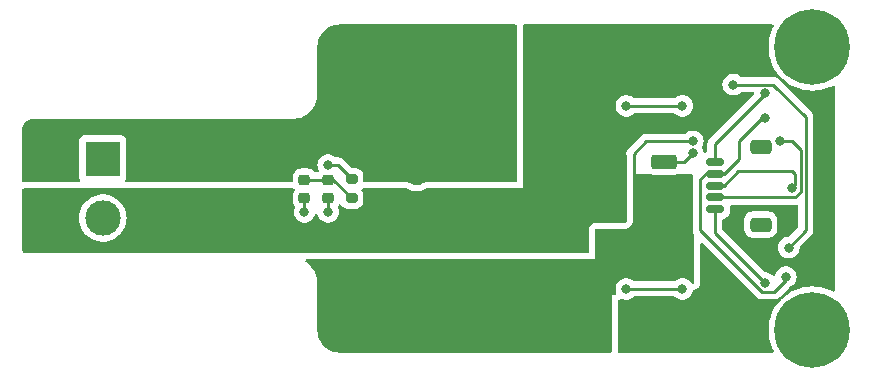
<source format=gbl>
G04 #@! TF.GenerationSoftware,KiCad,Pcbnew,7.0.9*
G04 #@! TF.CreationDate,2023-12-19T12:33:16+08:00*
G04 #@! TF.ProjectId,vnh5019,766e6835-3031-4392-9e6b-696361645f70,rev?*
G04 #@! TF.SameCoordinates,Original*
G04 #@! TF.FileFunction,Copper,L2,Bot*
G04 #@! TF.FilePolarity,Positive*
%FSLAX46Y46*%
G04 Gerber Fmt 4.6, Leading zero omitted, Abs format (unit mm)*
G04 Created by KiCad (PCBNEW 7.0.9) date 2023-12-19 12:33:16*
%MOMM*%
%LPD*%
G01*
G04 APERTURE LIST*
G04 Aperture macros list*
%AMRoundRect*
0 Rectangle with rounded corners*
0 $1 Rounding radius*
0 $2 $3 $4 $5 $6 $7 $8 $9 X,Y pos of 4 corners*
0 Add a 4 corners polygon primitive as box body*
4,1,4,$2,$3,$4,$5,$6,$7,$8,$9,$2,$3,0*
0 Add four circle primitives for the rounded corners*
1,1,$1+$1,$2,$3*
1,1,$1+$1,$4,$5*
1,1,$1+$1,$6,$7*
1,1,$1+$1,$8,$9*
0 Add four rect primitives between the rounded corners*
20,1,$1+$1,$2,$3,$4,$5,0*
20,1,$1+$1,$4,$5,$6,$7,0*
20,1,$1+$1,$6,$7,$8,$9,0*
20,1,$1+$1,$8,$9,$2,$3,0*%
G04 Aperture macros list end*
G04 #@! TA.AperFunction,ComponentPad*
%ADD10C,6.400000*%
G04 #@! TD*
G04 #@! TA.AperFunction,ComponentPad*
%ADD11R,1.600000X1.600000*%
G04 #@! TD*
G04 #@! TA.AperFunction,ComponentPad*
%ADD12C,1.600000*%
G04 #@! TD*
G04 #@! TA.AperFunction,ComponentPad*
%ADD13R,3.000000X3.000000*%
G04 #@! TD*
G04 #@! TA.AperFunction,ComponentPad*
%ADD14C,3.000000*%
G04 #@! TD*
G04 #@! TA.AperFunction,SMDPad,CuDef*
%ADD15RoundRect,0.218750X0.256250X-0.218750X0.256250X0.218750X-0.256250X0.218750X-0.256250X-0.218750X0*%
G04 #@! TD*
G04 #@! TA.AperFunction,SMDPad,CuDef*
%ADD16RoundRect,0.250000X0.850000X0.350000X-0.850000X0.350000X-0.850000X-0.350000X0.850000X-0.350000X0*%
G04 #@! TD*
G04 #@! TA.AperFunction,SMDPad,CuDef*
%ADD17RoundRect,0.250000X1.275000X1.125000X-1.275000X1.125000X-1.275000X-1.125000X1.275000X-1.125000X0*%
G04 #@! TD*
G04 #@! TA.AperFunction,SMDPad,CuDef*
%ADD18RoundRect,0.249997X2.950003X2.650003X-2.950003X2.650003X-2.950003X-2.650003X2.950003X-2.650003X0*%
G04 #@! TD*
G04 #@! TA.AperFunction,SMDPad,CuDef*
%ADD19RoundRect,0.150000X-0.625000X0.150000X-0.625000X-0.150000X0.625000X-0.150000X0.625000X0.150000X0*%
G04 #@! TD*
G04 #@! TA.AperFunction,SMDPad,CuDef*
%ADD20RoundRect,0.250000X-0.650000X0.350000X-0.650000X-0.350000X0.650000X-0.350000X0.650000X0.350000X0*%
G04 #@! TD*
G04 #@! TA.AperFunction,SMDPad,CuDef*
%ADD21RoundRect,0.225000X0.250000X-0.225000X0.250000X0.225000X-0.250000X0.225000X-0.250000X-0.225000X0*%
G04 #@! TD*
G04 #@! TA.AperFunction,SMDPad,CuDef*
%ADD22R,10.000000X5.000000*%
G04 #@! TD*
G04 #@! TA.AperFunction,SMDPad,CuDef*
%ADD23RoundRect,0.218750X-0.256250X0.218750X-0.256250X-0.218750X0.256250X-0.218750X0.256250X0.218750X0*%
G04 #@! TD*
G04 #@! TA.AperFunction,SMDPad,CuDef*
%ADD24RoundRect,0.200000X0.275000X-0.200000X0.275000X0.200000X-0.275000X0.200000X-0.275000X-0.200000X0*%
G04 #@! TD*
G04 #@! TA.AperFunction,ViaPad*
%ADD25C,0.800000*%
G04 #@! TD*
G04 #@! TA.AperFunction,Conductor*
%ADD26C,0.250000*%
G04 #@! TD*
G04 APERTURE END LIST*
D10*
X127000000Y-93000000D03*
X127000000Y-117000000D03*
D11*
X75418036Y-106652651D03*
D12*
X75418036Y-103152651D03*
D13*
X66918036Y-102500000D03*
D14*
X66918036Y-107500000D03*
D15*
X86000000Y-105827500D03*
X86000000Y-104252500D03*
D16*
X114415000Y-102720000D03*
D17*
X109790000Y-106525000D03*
X109790000Y-103475000D03*
D18*
X108115000Y-105000000D03*
D17*
X106440000Y-106525000D03*
X106440000Y-103475000D03*
D16*
X114415000Y-107280000D03*
D19*
X118750000Y-102750000D03*
X118750000Y-103750000D03*
X118750000Y-104750000D03*
X118750000Y-105750000D03*
X118750000Y-106750000D03*
D20*
X122625000Y-101450000D03*
X122625000Y-108050000D03*
D21*
X93500000Y-105775000D03*
X93500000Y-104225000D03*
D22*
X91592400Y-95000000D03*
X91592400Y-115000000D03*
D23*
X84000000Y-104252500D03*
X84000000Y-105827500D03*
D24*
X88000000Y-105825000D03*
X88000000Y-104175000D03*
D25*
X112500000Y-115250000D03*
X114500000Y-116250000D03*
X116500000Y-93750000D03*
X113500000Y-117250000D03*
X115500000Y-116250000D03*
X116500000Y-91750000D03*
X113500000Y-116250000D03*
X113500000Y-92750000D03*
X114500000Y-93750000D03*
X114500000Y-94750000D03*
X115500000Y-118250000D03*
X115500000Y-117250000D03*
X112500000Y-91750000D03*
X112500000Y-116250000D03*
X115500000Y-93750000D03*
X111500000Y-118250000D03*
X112500000Y-118250000D03*
X111500000Y-94750000D03*
X116500000Y-94750000D03*
X116500000Y-92750000D03*
X112500000Y-94750000D03*
X111500000Y-93750000D03*
X113500000Y-118250000D03*
X111500000Y-115250000D03*
X116500000Y-116250000D03*
X113500000Y-115250000D03*
X114500000Y-92750000D03*
X114500000Y-115250000D03*
X115500000Y-94750000D03*
X115500000Y-92750000D03*
X114500000Y-91750000D03*
X112500000Y-93750000D03*
X113500000Y-91750000D03*
X111500000Y-92750000D03*
X116500000Y-115250000D03*
X113500000Y-94750000D03*
X114500000Y-118250000D03*
X115500000Y-115250000D03*
X111500000Y-117250000D03*
X111500000Y-116250000D03*
X111500000Y-91750000D03*
X112500000Y-117250000D03*
X116500000Y-117250000D03*
X113500000Y-93750000D03*
X112500000Y-92750000D03*
X116500000Y-118250000D03*
X115500000Y-91750000D03*
X114500000Y-117250000D03*
X97500000Y-102000000D03*
X98500000Y-103000000D03*
X98500000Y-100000000D03*
X95500000Y-104000000D03*
X95500000Y-101000000D03*
X95500000Y-103000000D03*
X97500000Y-100000000D03*
X97500000Y-103000000D03*
X98500000Y-102000000D03*
X98500000Y-104000000D03*
X98500000Y-101000000D03*
X96500000Y-104000000D03*
X95500000Y-100000000D03*
X96500000Y-100000000D03*
X125000000Y-110000000D03*
X101500000Y-96200500D03*
X95500000Y-102000000D03*
X97500000Y-104000000D03*
X96500000Y-102000000D03*
X96500000Y-103000000D03*
X96500000Y-101000000D03*
X97500000Y-101000000D03*
X120299500Y-96200500D03*
X124250000Y-101000000D03*
X123000000Y-113000000D03*
X123000000Y-99000000D03*
X124750000Y-112500000D03*
X123000000Y-96925500D03*
X125250000Y-105000000D03*
X86000000Y-107000000D03*
X84000000Y-107000000D03*
X111250000Y-113500000D03*
X116000000Y-113500000D03*
X116875000Y-102000000D03*
X116875000Y-101000000D03*
X116000000Y-98000000D03*
X86000000Y-103000000D03*
X111250000Y-98000000D03*
D26*
X125000000Y-110000000D02*
X126450000Y-108550000D01*
X126450000Y-98950000D02*
X123700500Y-96200500D01*
X126450000Y-108550000D02*
X126450000Y-98950000D01*
X123700500Y-96200500D02*
X120299500Y-96200500D01*
X126000000Y-101750000D02*
X126000000Y-105275305D01*
X124250000Y-101000000D02*
X125250000Y-101000000D01*
X118750000Y-105750000D02*
X125525305Y-105750000D01*
X126000000Y-105275305D02*
X125525305Y-105750000D01*
X125250000Y-101000000D02*
X126000000Y-101750000D01*
X123000000Y-113000000D02*
X118750000Y-108750000D01*
X118750000Y-108750000D02*
X118750000Y-106750000D01*
X120750000Y-102524999D02*
X120750000Y-101011827D01*
X118750000Y-103750000D02*
X119524999Y-103750000D01*
X123750000Y-113750000D02*
X122724695Y-113750000D01*
X119524999Y-103750000D02*
X120750000Y-102524999D01*
X117975001Y-103750000D02*
X117500000Y-104225001D01*
X120750000Y-101011827D02*
X122761827Y-99000000D01*
X122761827Y-99000000D02*
X123000000Y-99000000D01*
X122724695Y-113750000D02*
X117500000Y-108525305D01*
X117500000Y-108525305D02*
X117500000Y-104225001D01*
X118750000Y-103750000D02*
X117975001Y-103750000D01*
X124750000Y-112750000D02*
X123750000Y-113750000D01*
X124750000Y-112500000D02*
X124750000Y-112750000D01*
X118750000Y-101250000D02*
X118750000Y-102750000D01*
X123000000Y-97000000D02*
X118750000Y-101250000D01*
X123000000Y-96925500D02*
X123000000Y-97000000D01*
X119500000Y-104750000D02*
X120725000Y-103525000D01*
X118750000Y-104750000D02*
X119500000Y-104750000D01*
X125275000Y-103525000D02*
X125550480Y-103800480D01*
X120725000Y-103525000D02*
X125275000Y-103525000D01*
X125550480Y-104699520D02*
X125250000Y-105000000D01*
X125550480Y-103800480D02*
X125550480Y-104699520D01*
X86000000Y-105827500D02*
X86000000Y-107000000D01*
X84000000Y-105827500D02*
X84000000Y-107000000D01*
X116000000Y-113500000D02*
X111250000Y-113500000D01*
X113575000Y-102720000D02*
X116155000Y-102720000D01*
X116155000Y-102720000D02*
X116875000Y-102000000D01*
X111875000Y-102070000D02*
X111875000Y-105580000D01*
X112945000Y-101000000D02*
X111875000Y-102070000D01*
X111875000Y-105580000D02*
X113575000Y-107280000D01*
X116875000Y-101000000D02*
X112945000Y-101000000D01*
X86000000Y-103000000D02*
X86825000Y-103000000D01*
X86825000Y-103000000D02*
X88000000Y-104175000D01*
X111250000Y-98000000D02*
X116000000Y-98000000D01*
X88000000Y-105825000D02*
X86427500Y-104252500D01*
X86427500Y-104252500D02*
X86000000Y-104252500D01*
X84000000Y-104252500D02*
X86000000Y-104252500D01*
G04 #@! TA.AperFunction,Conductor*
G36*
X123668205Y-91120502D02*
G01*
X123714698Y-91174158D01*
X123724802Y-91244432D01*
X123712351Y-91283703D01*
X123607467Y-91489548D01*
X123607463Y-91489556D01*
X123468168Y-91852431D01*
X123367561Y-92227902D01*
X123306752Y-92611832D01*
X123286411Y-92999993D01*
X123286411Y-93000006D01*
X123306752Y-93388167D01*
X123367561Y-93772097D01*
X123468168Y-94147568D01*
X123607463Y-94510443D01*
X123607467Y-94510451D01*
X123783938Y-94856795D01*
X123995637Y-95182785D01*
X123995649Y-95182802D01*
X124240253Y-95484862D01*
X124240267Y-95484877D01*
X124369147Y-95613757D01*
X124370153Y-95615600D01*
X124374934Y-95619544D01*
X124515122Y-95759732D01*
X124515137Y-95759746D01*
X124817197Y-96004350D01*
X124817214Y-96004362D01*
X124826777Y-96010572D01*
X125143205Y-96216062D01*
X125489547Y-96392532D01*
X125489551Y-96392533D01*
X125489556Y-96392536D01*
X125852431Y-96531831D01*
X125852436Y-96531832D01*
X125852438Y-96531833D01*
X126227901Y-96632438D01*
X126611824Y-96693246D01*
X126611826Y-96693246D01*
X126611832Y-96693247D01*
X126999994Y-96713589D01*
X127000000Y-96713589D01*
X127000006Y-96713589D01*
X127388167Y-96693247D01*
X127388171Y-96693246D01*
X127388176Y-96693246D01*
X127772099Y-96632438D01*
X128147562Y-96531833D01*
X128147565Y-96531831D01*
X128147568Y-96531831D01*
X128510443Y-96392536D01*
X128510444Y-96392535D01*
X128510453Y-96392532D01*
X128716297Y-96287648D01*
X128786074Y-96274545D01*
X128851859Y-96301245D01*
X128892765Y-96359273D01*
X128899500Y-96399916D01*
X128899500Y-113600084D01*
X128879498Y-113668205D01*
X128825842Y-113714698D01*
X128755568Y-113724802D01*
X128716298Y-113712351D01*
X128510453Y-113607468D01*
X128510452Y-113607467D01*
X128510451Y-113607467D01*
X128510443Y-113607463D01*
X128147568Y-113468168D01*
X127772097Y-113367561D01*
X127388167Y-113306752D01*
X127000006Y-113286411D01*
X126999994Y-113286411D01*
X126611832Y-113306752D01*
X126227902Y-113367561D01*
X125852431Y-113468168D01*
X125489556Y-113607463D01*
X125489548Y-113607467D01*
X125143205Y-113783938D01*
X124817203Y-113995645D01*
X124817200Y-113995647D01*
X124515137Y-114240253D01*
X124386594Y-114368796D01*
X124362075Y-114382184D01*
X124355916Y-114398004D01*
X124345232Y-114410158D01*
X124240253Y-114515137D01*
X123995647Y-114817200D01*
X123995645Y-114817203D01*
X123783938Y-115143205D01*
X123607467Y-115489548D01*
X123607463Y-115489556D01*
X123468168Y-115852431D01*
X123367561Y-116227902D01*
X123306752Y-116611832D01*
X123286411Y-116999993D01*
X123286411Y-117000006D01*
X123306752Y-117388167D01*
X123367561Y-117772097D01*
X123468168Y-118147568D01*
X123607463Y-118510443D01*
X123607467Y-118510451D01*
X123712351Y-118716297D01*
X123725455Y-118786074D01*
X123698755Y-118851859D01*
X123640727Y-118892765D01*
X123600084Y-118899500D01*
X110639500Y-118899500D01*
X110571379Y-118879498D01*
X110524886Y-118825842D01*
X110513500Y-118773500D01*
X110513500Y-114546439D01*
X110533502Y-114478318D01*
X110583898Y-114433371D01*
X110591807Y-114429482D01*
X110592013Y-114429398D01*
X110595444Y-114427694D01*
X110595549Y-114427643D01*
X110595552Y-114427642D01*
X110716200Y-114345143D01*
X110716206Y-114345135D01*
X110720082Y-114341579D01*
X110783792Y-114310249D01*
X110854327Y-114318337D01*
X110856493Y-114319276D01*
X110967712Y-114368794D01*
X111154513Y-114408500D01*
X111345487Y-114408500D01*
X111532288Y-114368794D01*
X111706752Y-114291118D01*
X111861253Y-114178866D01*
X111864563Y-114175190D01*
X111925009Y-114137950D01*
X111958200Y-114133500D01*
X115291800Y-114133500D01*
X115359921Y-114153502D01*
X115385437Y-114175190D01*
X115388747Y-114178866D01*
X115543248Y-114291118D01*
X115717712Y-114368794D01*
X115904513Y-114408500D01*
X116095487Y-114408500D01*
X116282288Y-114368794D01*
X116456752Y-114291118D01*
X116611253Y-114178866D01*
X116634091Y-114153502D01*
X116739034Y-114036951D01*
X116739035Y-114036949D01*
X116739040Y-114036944D01*
X116834527Y-113871556D01*
X116893542Y-113689928D01*
X116894705Y-113678862D01*
X116921716Y-113613208D01*
X116979938Y-113572577D01*
X116995098Y-113568979D01*
X116995028Y-113568656D01*
X116999413Y-113567701D01*
X116999422Y-113567700D01*
X117139657Y-113526523D01*
X117262612Y-113447505D01*
X117315011Y-113402101D01*
X117316101Y-113401206D01*
X117397945Y-113306752D01*
X117411982Y-113290552D01*
X117472698Y-113157603D01*
X117492700Y-113089482D01*
X117513500Y-112944813D01*
X117513500Y-109738899D01*
X117533502Y-109670778D01*
X117587158Y-109624285D01*
X117657432Y-109614181D01*
X117722012Y-109643675D01*
X117728595Y-109649804D01*
X122217448Y-114138657D01*
X122227415Y-114151097D01*
X122227642Y-114150910D01*
X122232694Y-114157017D01*
X122232695Y-114157018D01*
X122283790Y-114204999D01*
X122304926Y-114226135D01*
X122310465Y-114230431D01*
X122314977Y-114234285D01*
X122336548Y-114254542D01*
X122349373Y-114266585D01*
X122349377Y-114266588D01*
X122367125Y-114276345D01*
X122383652Y-114287201D01*
X122388700Y-114291117D01*
X122399655Y-114299614D01*
X122442954Y-114318351D01*
X122448280Y-114320960D01*
X122489630Y-114343693D01*
X122489633Y-114343694D01*
X122489635Y-114343695D01*
X122509257Y-114348733D01*
X122527958Y-114355135D01*
X122540509Y-114360567D01*
X122546547Y-114363180D01*
X122546548Y-114363180D01*
X122546550Y-114363181D01*
X122593172Y-114370564D01*
X122598957Y-114371763D01*
X122644665Y-114383500D01*
X122664919Y-114383500D01*
X122684629Y-114385051D01*
X122686836Y-114385400D01*
X122704638Y-114388220D01*
X122739167Y-114384956D01*
X122751612Y-114383780D01*
X122757545Y-114383500D01*
X123666147Y-114383500D01*
X123681988Y-114385249D01*
X123682016Y-114384956D01*
X123689902Y-114385700D01*
X123689909Y-114385702D01*
X123759958Y-114383500D01*
X123789856Y-114383500D01*
X123796818Y-114382619D01*
X123802719Y-114382154D01*
X123849889Y-114380673D01*
X123869347Y-114375019D01*
X123888694Y-114371013D01*
X123908797Y-114368474D01*
X123952679Y-114351099D01*
X123958274Y-114349183D01*
X123986816Y-114340891D01*
X124003591Y-114336019D01*
X124003595Y-114336017D01*
X124021026Y-114325708D01*
X124038780Y-114317009D01*
X124057617Y-114309552D01*
X124095786Y-114281818D01*
X124100744Y-114278562D01*
X124141362Y-114254542D01*
X124155685Y-114240218D01*
X124170711Y-114227383D01*
X124182078Y-114219125D01*
X124188621Y-114216790D01*
X124200414Y-114199386D01*
X124217202Y-114179092D01*
X124221162Y-114174740D01*
X125006441Y-113389461D01*
X125044282Y-113363453D01*
X125206752Y-113291118D01*
X125361253Y-113178866D01*
X125431814Y-113100500D01*
X125489034Y-113036951D01*
X125489035Y-113036949D01*
X125489040Y-113036944D01*
X125584527Y-112871556D01*
X125643542Y-112689928D01*
X125663504Y-112500000D01*
X125643542Y-112310072D01*
X125584527Y-112128444D01*
X125489040Y-111963056D01*
X125489038Y-111963054D01*
X125489034Y-111963048D01*
X125361255Y-111821135D01*
X125206752Y-111708882D01*
X125032288Y-111631206D01*
X124845487Y-111591500D01*
X124654513Y-111591500D01*
X124467711Y-111631206D01*
X124293247Y-111708882D01*
X124138744Y-111821135D01*
X124010965Y-111963048D01*
X124010958Y-111963058D01*
X123915476Y-112128438D01*
X123915472Y-112128445D01*
X123856234Y-112310758D01*
X123816160Y-112369364D01*
X123750763Y-112397000D01*
X123680806Y-112384893D01*
X123642764Y-112356131D01*
X123611252Y-112321133D01*
X123456752Y-112208882D01*
X123282288Y-112131206D01*
X123095487Y-112091500D01*
X123039594Y-112091500D01*
X122971473Y-112071498D01*
X122950499Y-112054595D01*
X119420405Y-108524500D01*
X119386379Y-108462188D01*
X119385127Y-108450544D01*
X121216500Y-108450544D01*
X121227112Y-108554425D01*
X121282885Y-108722738D01*
X121375970Y-108873652D01*
X121375975Y-108873658D01*
X121501341Y-108999024D01*
X121501347Y-108999029D01*
X121501348Y-108999030D01*
X121652262Y-109092115D01*
X121820574Y-109147887D01*
X121924455Y-109158500D01*
X123325544Y-109158499D01*
X123429426Y-109147887D01*
X123597738Y-109092115D01*
X123748652Y-108999030D01*
X123874030Y-108873652D01*
X123967115Y-108722738D01*
X124022887Y-108554426D01*
X124033500Y-108450545D01*
X124033499Y-107649456D01*
X124022887Y-107545574D01*
X123967115Y-107377262D01*
X123874030Y-107226348D01*
X123874029Y-107226347D01*
X123874024Y-107226341D01*
X123748658Y-107100975D01*
X123748652Y-107100970D01*
X123597738Y-107007885D01*
X123513582Y-106979999D01*
X123429427Y-106952113D01*
X123429420Y-106952112D01*
X123325553Y-106941500D01*
X121924455Y-106941500D01*
X121820574Y-106952112D01*
X121652261Y-107007885D01*
X121501347Y-107100970D01*
X121501341Y-107100975D01*
X121375975Y-107226341D01*
X121375970Y-107226347D01*
X121282885Y-107377262D01*
X121227113Y-107545572D01*
X121227112Y-107545579D01*
X121216500Y-107649446D01*
X121216500Y-108450544D01*
X119385127Y-108450544D01*
X119383500Y-108435405D01*
X119383500Y-107677861D01*
X119403502Y-107609740D01*
X119457158Y-107563247D01*
X119474348Y-107556864D01*
X119478828Y-107555562D01*
X119478831Y-107555562D01*
X119638601Y-107509145D01*
X119781807Y-107424453D01*
X119899453Y-107306807D01*
X119968576Y-107189927D01*
X119984143Y-107163605D01*
X119984143Y-107163603D01*
X119984145Y-107163601D01*
X120030562Y-107003831D01*
X120033500Y-106966502D01*
X120033500Y-106533498D01*
X120033500Y-106533494D01*
X120032390Y-106519388D01*
X120046984Y-106449908D01*
X120096826Y-106399347D01*
X120158001Y-106383500D01*
X125441452Y-106383500D01*
X125457293Y-106385249D01*
X125457321Y-106384956D01*
X125465207Y-106385700D01*
X125465214Y-106385702D01*
X125535263Y-106383500D01*
X125565161Y-106383500D01*
X125572123Y-106382619D01*
X125578024Y-106382154D01*
X125625194Y-106380673D01*
X125644652Y-106375019D01*
X125663993Y-106371013D01*
X125674715Y-106369659D01*
X125744802Y-106380968D01*
X125797652Y-106428375D01*
X125816500Y-106494666D01*
X125816500Y-108235405D01*
X125796498Y-108303526D01*
X125779595Y-108324500D01*
X125049500Y-109054595D01*
X124987188Y-109088621D01*
X124960405Y-109091500D01*
X124904513Y-109091500D01*
X124717711Y-109131206D01*
X124543247Y-109208882D01*
X124388744Y-109321135D01*
X124260965Y-109463048D01*
X124260958Y-109463058D01*
X124165476Y-109628438D01*
X124165473Y-109628445D01*
X124106457Y-109810072D01*
X124086496Y-110000000D01*
X124106457Y-110189927D01*
X124136526Y-110282470D01*
X124165473Y-110371556D01*
X124165476Y-110371561D01*
X124260958Y-110536941D01*
X124260965Y-110536951D01*
X124388744Y-110678864D01*
X124388747Y-110678866D01*
X124543248Y-110791118D01*
X124717712Y-110868794D01*
X124904513Y-110908500D01*
X125095487Y-110908500D01*
X125282288Y-110868794D01*
X125456752Y-110791118D01*
X125611253Y-110678866D01*
X125655408Y-110629827D01*
X125739034Y-110536951D01*
X125739035Y-110536949D01*
X125739040Y-110536944D01*
X125834527Y-110371556D01*
X125893542Y-110189928D01*
X125910907Y-110024703D01*
X125937920Y-109959048D01*
X125947113Y-109948789D01*
X126838657Y-109057245D01*
X126851092Y-109047284D01*
X126850905Y-109047057D01*
X126857009Y-109042005D01*
X126857018Y-109042000D01*
X126904999Y-108990904D01*
X126926135Y-108969769D01*
X126930437Y-108964221D01*
X126934267Y-108959735D01*
X126966586Y-108925321D01*
X126976345Y-108907567D01*
X126987204Y-108891038D01*
X126999614Y-108875040D01*
X127018354Y-108831732D01*
X127020965Y-108826404D01*
X127043694Y-108785061D01*
X127043695Y-108785060D01*
X127048733Y-108765435D01*
X127055138Y-108746730D01*
X127063181Y-108728145D01*
X127070561Y-108681547D01*
X127071762Y-108675740D01*
X127083500Y-108630030D01*
X127083500Y-108609775D01*
X127085051Y-108590063D01*
X127088220Y-108570057D01*
X127083914Y-108524500D01*
X127083780Y-108523080D01*
X127083500Y-108517148D01*
X127083500Y-99033855D01*
X127085249Y-99018014D01*
X127084956Y-99017987D01*
X127085701Y-99010094D01*
X127085702Y-99010091D01*
X127083500Y-98940041D01*
X127083500Y-98910144D01*
X127082619Y-98903178D01*
X127082155Y-98897282D01*
X127080673Y-98850110D01*
X127075022Y-98830663D01*
X127071012Y-98811300D01*
X127070857Y-98810072D01*
X127068474Y-98791203D01*
X127068440Y-98791118D01*
X127064299Y-98780660D01*
X127051099Y-98747320D01*
X127049179Y-98741711D01*
X127036018Y-98696407D01*
X127025705Y-98678969D01*
X127017010Y-98661222D01*
X127009552Y-98642383D01*
X126981821Y-98604215D01*
X126978562Y-98599255D01*
X126968729Y-98582628D01*
X126954542Y-98558637D01*
X126954541Y-98558635D01*
X126940218Y-98544312D01*
X126927377Y-98529279D01*
X126915471Y-98512892D01*
X126908029Y-98506735D01*
X126879108Y-98482810D01*
X126874736Y-98478831D01*
X124207744Y-95811839D01*
X124197779Y-95799401D01*
X124197552Y-95799590D01*
X124192501Y-95793484D01*
X124192500Y-95793482D01*
X124141421Y-95745516D01*
X124120277Y-95724371D01*
X124120272Y-95724366D01*
X124114725Y-95720063D01*
X124110217Y-95716212D01*
X124075825Y-95683917D01*
X124075819Y-95683913D01*
X124058063Y-95674151D01*
X124041547Y-95663302D01*
X124025541Y-95650886D01*
X123994789Y-95637578D01*
X123982240Y-95632148D01*
X123976908Y-95629536D01*
X123935561Y-95606805D01*
X123915936Y-95601766D01*
X123897236Y-95595364D01*
X123878645Y-95587319D01*
X123878643Y-95587318D01*
X123878642Y-95587318D01*
X123832042Y-95579937D01*
X123826229Y-95578733D01*
X123780530Y-95567000D01*
X123760276Y-95567000D01*
X123740566Y-95565449D01*
X123720557Y-95562280D01*
X123720556Y-95562280D01*
X123673583Y-95566720D01*
X123667650Y-95567000D01*
X121007700Y-95567000D01*
X120939579Y-95546998D01*
X120914063Y-95525310D01*
X120910752Y-95521633D01*
X120756252Y-95409382D01*
X120581788Y-95331706D01*
X120394987Y-95292000D01*
X120204013Y-95292000D01*
X120017211Y-95331706D01*
X119842747Y-95409382D01*
X119688244Y-95521635D01*
X119560465Y-95663548D01*
X119560458Y-95663558D01*
X119464976Y-95828938D01*
X119464973Y-95828945D01*
X119405957Y-96010572D01*
X119385996Y-96200500D01*
X119405957Y-96390427D01*
X119436026Y-96482970D01*
X119464973Y-96572056D01*
X119464976Y-96572061D01*
X119560458Y-96737441D01*
X119560465Y-96737451D01*
X119688244Y-96879364D01*
X119688247Y-96879366D01*
X119842748Y-96991618D01*
X120017212Y-97069294D01*
X120204013Y-97109000D01*
X120394987Y-97109000D01*
X120581788Y-97069294D01*
X120756252Y-96991618D01*
X120910753Y-96879366D01*
X120914063Y-96875690D01*
X120974509Y-96838450D01*
X121007700Y-96834000D01*
X121963428Y-96834000D01*
X122031549Y-96854002D01*
X122078042Y-96907658D01*
X122088741Y-96946859D01*
X122088976Y-96949100D01*
X122076187Y-97018936D01*
X122052758Y-97051336D01*
X118361336Y-100742757D01*
X118348901Y-100752721D01*
X118349089Y-100752948D01*
X118342980Y-100758001D01*
X118295016Y-100809078D01*
X118273866Y-100830227D01*
X118269560Y-100835777D01*
X118265714Y-100840279D01*
X118233417Y-100874674D01*
X118233411Y-100874683D01*
X118223651Y-100892435D01*
X118212803Y-100908950D01*
X118200386Y-100924958D01*
X118181645Y-100968264D01*
X118179034Y-100973594D01*
X118156305Y-101014939D01*
X118156303Y-101014944D01*
X118151267Y-101034559D01*
X118144864Y-101053262D01*
X118136819Y-101071852D01*
X118129437Y-101118456D01*
X118128233Y-101124268D01*
X118116500Y-101169968D01*
X118116500Y-101190223D01*
X118114949Y-101209933D01*
X118111780Y-101229942D01*
X118111780Y-101229943D01*
X118116220Y-101276917D01*
X118116500Y-101282850D01*
X118116500Y-101822138D01*
X118096498Y-101890259D01*
X118042842Y-101936752D01*
X118025651Y-101943135D01*
X117934440Y-101969633D01*
X117863444Y-101969430D01*
X117803828Y-101930875D01*
X117774521Y-101866210D01*
X117773979Y-101861805D01*
X117773217Y-101854559D01*
X117768542Y-101810072D01*
X117709527Y-101628444D01*
X117671742Y-101563000D01*
X117655005Y-101494005D01*
X117671743Y-101436999D01*
X117709527Y-101371556D01*
X117768542Y-101189928D01*
X117788504Y-101000000D01*
X117768542Y-100810072D01*
X117709527Y-100628444D01*
X117614040Y-100463056D01*
X117614038Y-100463054D01*
X117614034Y-100463048D01*
X117486255Y-100321135D01*
X117331752Y-100208882D01*
X117157288Y-100131206D01*
X116970487Y-100091500D01*
X116779513Y-100091500D01*
X116592711Y-100131206D01*
X116418247Y-100208882D01*
X116263747Y-100321133D01*
X116260437Y-100324810D01*
X116199991Y-100362050D01*
X116166800Y-100366500D01*
X113028854Y-100366500D01*
X113013012Y-100364750D01*
X113012985Y-100365044D01*
X113005092Y-100364297D01*
X112935029Y-100366500D01*
X112905144Y-100366500D01*
X112905140Y-100366500D01*
X112905129Y-100366501D01*
X112898190Y-100367377D01*
X112892277Y-100367843D01*
X112845111Y-100369325D01*
X112825650Y-100374979D01*
X112806304Y-100378985D01*
X112786204Y-100381525D01*
X112786203Y-100381525D01*
X112742335Y-100398893D01*
X112736720Y-100400815D01*
X112691413Y-100413978D01*
X112691404Y-100413982D01*
X112673962Y-100424297D01*
X112656215Y-100432991D01*
X112637383Y-100440447D01*
X112637381Y-100440448D01*
X112599214Y-100468178D01*
X112594254Y-100471436D01*
X112553636Y-100495459D01*
X112553633Y-100495461D01*
X112539312Y-100509783D01*
X112524283Y-100522619D01*
X112507893Y-100534527D01*
X112477808Y-100570892D01*
X112473812Y-100575283D01*
X111486340Y-101562754D01*
X111473903Y-101572719D01*
X111474091Y-101572946D01*
X111467982Y-101577999D01*
X111420015Y-101629079D01*
X111398866Y-101650227D01*
X111394560Y-101655777D01*
X111390714Y-101660279D01*
X111358417Y-101694674D01*
X111358411Y-101694683D01*
X111348651Y-101712435D01*
X111337803Y-101728950D01*
X111325386Y-101744958D01*
X111306645Y-101788264D01*
X111304034Y-101793594D01*
X111281305Y-101834939D01*
X111281303Y-101834944D01*
X111276267Y-101854559D01*
X111269864Y-101873262D01*
X111261819Y-101891852D01*
X111254437Y-101938456D01*
X111253233Y-101944268D01*
X111241500Y-101989968D01*
X111241500Y-102010223D01*
X111239949Y-102029933D01*
X111236780Y-102049942D01*
X111236780Y-102049943D01*
X111241220Y-102096917D01*
X111241500Y-102102850D01*
X111241500Y-105496146D01*
X111239751Y-105511988D01*
X111240044Y-105512016D01*
X111239298Y-105519907D01*
X111241500Y-105589957D01*
X111241500Y-105619851D01*
X111241501Y-105619872D01*
X111242378Y-105626820D01*
X111242844Y-105632732D01*
X111244326Y-105679888D01*
X111244327Y-105679893D01*
X111249977Y-105699339D01*
X111253986Y-105718697D01*
X111256525Y-105738793D01*
X111256526Y-105738799D01*
X111273893Y-105782662D01*
X111275816Y-105788279D01*
X111288982Y-105833593D01*
X111292454Y-105839464D01*
X111310000Y-105903602D01*
X111310000Y-107671185D01*
X111309672Y-107677593D01*
X111309389Y-107680357D01*
X111309158Y-107682615D01*
X111303421Y-107709391D01*
X111293190Y-107740267D01*
X111280826Y-107766782D01*
X111266220Y-107790462D01*
X111248074Y-107813410D01*
X111228410Y-107833074D01*
X111205462Y-107851220D01*
X111181782Y-107865826D01*
X111155268Y-107878189D01*
X111135613Y-107884702D01*
X111124391Y-107888421D01*
X111097615Y-107894158D01*
X111095187Y-107894407D01*
X111092595Y-107894672D01*
X111086185Y-107895000D01*
X108725990Y-107895000D01*
X108637267Y-107904539D01*
X108616851Y-107906734D01*
X108616848Y-107906734D01*
X108616844Y-107906735D01*
X108616840Y-107906735D01*
X108564519Y-107918117D01*
X108564498Y-107918123D01*
X108460345Y-107952788D01*
X108337385Y-108031810D01*
X108285019Y-108077185D01*
X108283904Y-108078099D01*
X108188019Y-108188758D01*
X108188017Y-108188761D01*
X108127301Y-108321710D01*
X108107302Y-108389822D01*
X108107300Y-108389829D01*
X108086500Y-108534503D01*
X108086500Y-110360500D01*
X108066498Y-110428621D01*
X108012842Y-110475114D01*
X107960500Y-110486500D01*
X84207136Y-110486500D01*
X84150366Y-110491240D01*
X84121980Y-110493610D01*
X84121981Y-110493610D01*
X84105429Y-110496393D01*
X84094358Y-110498255D01*
X84073463Y-110500000D01*
X60327756Y-110500000D01*
X60259635Y-110479998D01*
X60216635Y-110433397D01*
X60174821Y-110355171D01*
X60165370Y-110332356D01*
X60121384Y-110187353D01*
X60116567Y-110163131D01*
X60100804Y-110003084D01*
X60100500Y-109996905D01*
X60100500Y-107500004D01*
X64904843Y-107500004D01*
X64923592Y-107774116D01*
X64923593Y-107774122D01*
X64923594Y-107774130D01*
X64945218Y-107878190D01*
X64979496Y-108043146D01*
X64979498Y-108043154D01*
X64991990Y-108078302D01*
X65071513Y-108302058D01*
X65191954Y-108534500D01*
X65197928Y-108546028D01*
X65235925Y-108599857D01*
X65356379Y-108770502D01*
X65454011Y-108875040D01*
X65542488Y-108969776D01*
X65543925Y-108971314D01*
X65757067Y-109144718D01*
X65991836Y-109287484D01*
X66243859Y-109396953D01*
X66508440Y-109471085D01*
X66603540Y-109484156D01*
X66780640Y-109508499D01*
X66780651Y-109508500D01*
X67055421Y-109508500D01*
X67055431Y-109508499D01*
X67184981Y-109490692D01*
X67327632Y-109471085D01*
X67592213Y-109396953D01*
X67844236Y-109287484D01*
X68079005Y-109144718D01*
X68292147Y-108971314D01*
X68479693Y-108770502D01*
X68638147Y-108546023D01*
X68764559Y-108302058D01*
X68856574Y-108043153D01*
X68912478Y-107774130D01*
X68926903Y-107563247D01*
X68931229Y-107500004D01*
X68931229Y-107499995D01*
X68912479Y-107225883D01*
X68912478Y-107225877D01*
X68912478Y-107225870D01*
X68856574Y-106956847D01*
X68764559Y-106697942D01*
X68638147Y-106453977D01*
X68479693Y-106229498D01*
X68292147Y-106028686D01*
X68079005Y-105855282D01*
X67844236Y-105712516D01*
X67844237Y-105712516D01*
X67844233Y-105712514D01*
X67592216Y-105603048D01*
X67592214Y-105603047D01*
X67592213Y-105603047D01*
X67439611Y-105560290D01*
X67327629Y-105528914D01*
X67055431Y-105491500D01*
X67055421Y-105491500D01*
X66780651Y-105491500D01*
X66780640Y-105491500D01*
X66508442Y-105528914D01*
X66243855Y-105603048D01*
X65991838Y-105712514D01*
X65757064Y-105855284D01*
X65543922Y-106028688D01*
X65356379Y-106229498D01*
X65197928Y-106453971D01*
X65071513Y-106697941D01*
X64979498Y-106956845D01*
X64979496Y-106956853D01*
X64968892Y-107007885D01*
X64934688Y-107172486D01*
X64923593Y-107225877D01*
X64923592Y-107225883D01*
X64904843Y-107499995D01*
X64904843Y-107500004D01*
X60100500Y-107500004D01*
X60100500Y-105126000D01*
X60120502Y-105057879D01*
X60174158Y-105011386D01*
X60226500Y-105000000D01*
X83039008Y-105000000D01*
X83107129Y-105020002D01*
X83153622Y-105073658D01*
X83163726Y-105143932D01*
X83146249Y-105192147D01*
X83080151Y-105299307D01*
X83026675Y-105460690D01*
X83016500Y-105560280D01*
X83016500Y-106094710D01*
X83026675Y-106194309D01*
X83026676Y-106194314D01*
X83073632Y-106336018D01*
X83080151Y-106355692D01*
X83166076Y-106494998D01*
X83184813Y-106563478D01*
X83167958Y-106624138D01*
X83165475Y-106628437D01*
X83165470Y-106628449D01*
X83106457Y-106810071D01*
X83086496Y-107000000D01*
X83106457Y-107189927D01*
X83136526Y-107282470D01*
X83165473Y-107371556D01*
X83165476Y-107371561D01*
X83260958Y-107536941D01*
X83260965Y-107536951D01*
X83388744Y-107678864D01*
X83388747Y-107678866D01*
X83543248Y-107791118D01*
X83717712Y-107868794D01*
X83904513Y-107908500D01*
X84095487Y-107908500D01*
X84282288Y-107868794D01*
X84456752Y-107791118D01*
X84611253Y-107678866D01*
X84637743Y-107649446D01*
X84739034Y-107536951D01*
X84739035Y-107536949D01*
X84739040Y-107536944D01*
X84834527Y-107371556D01*
X84880167Y-107231090D01*
X84920241Y-107172486D01*
X84985638Y-107144849D01*
X85055594Y-107156956D01*
X85107900Y-107204962D01*
X85119832Y-107231089D01*
X85165473Y-107371556D01*
X85165476Y-107371561D01*
X85260958Y-107536941D01*
X85260965Y-107536951D01*
X85388744Y-107678864D01*
X85388747Y-107678866D01*
X85543248Y-107791118D01*
X85717712Y-107868794D01*
X85904513Y-107908500D01*
X86095487Y-107908500D01*
X86282288Y-107868794D01*
X86456752Y-107791118D01*
X86611253Y-107678866D01*
X86637743Y-107649446D01*
X86739034Y-107536951D01*
X86739035Y-107536949D01*
X86739040Y-107536944D01*
X86834527Y-107371556D01*
X86893542Y-107189928D01*
X86913504Y-107000000D01*
X86893542Y-106810072D01*
X86834527Y-106628444D01*
X86832045Y-106624145D01*
X86815307Y-106555150D01*
X86833921Y-106495002D01*
X86901001Y-106386249D01*
X86953784Y-106338774D01*
X87023859Y-106327371D01*
X87088975Y-106355664D01*
X87116067Y-106387214D01*
X87163184Y-106465155D01*
X87163188Y-106465160D01*
X87284839Y-106586811D01*
X87284844Y-106586815D01*
X87284845Y-106586816D01*
X87432087Y-106675827D01*
X87596351Y-106727013D01*
X87667735Y-106733500D01*
X88332264Y-106733499D01*
X88403649Y-106727013D01*
X88567913Y-106675827D01*
X88715155Y-106586816D01*
X88836816Y-106465155D01*
X88925827Y-106317913D01*
X88977013Y-106153649D01*
X88983500Y-106082265D01*
X88983499Y-105567736D01*
X88977013Y-105496351D01*
X88925827Y-105332087D01*
X88840647Y-105191183D01*
X88822523Y-105122541D01*
X88844388Y-105054995D01*
X88899300Y-105009992D01*
X88948476Y-105000000D01*
X92711127Y-105000000D01*
X92779248Y-105020002D01*
X92789273Y-105027161D01*
X92791955Y-105029281D01*
X92791957Y-105029282D01*
X92791960Y-105029285D01*
X92937899Y-105119302D01*
X93100664Y-105173236D01*
X93120756Y-105175288D01*
X93201120Y-105183500D01*
X93201128Y-105183500D01*
X93798880Y-105183500D01*
X93871936Y-105176035D01*
X93899336Y-105173236D01*
X94062101Y-105119302D01*
X94208040Y-105029285D01*
X94208044Y-105029281D01*
X94210727Y-105027161D01*
X94212911Y-105026279D01*
X94214286Y-105025432D01*
X94214430Y-105025666D01*
X94276569Y-105000602D01*
X94288873Y-105000000D01*
X102500000Y-105000000D01*
X102500000Y-98000000D01*
X110336496Y-98000000D01*
X110356457Y-98189927D01*
X110386526Y-98282470D01*
X110415473Y-98371556D01*
X110415476Y-98371561D01*
X110510958Y-98536941D01*
X110510965Y-98536951D01*
X110638744Y-98678864D01*
X110638747Y-98678866D01*
X110793248Y-98791118D01*
X110967712Y-98868794D01*
X111154513Y-98908500D01*
X111345487Y-98908500D01*
X111532288Y-98868794D01*
X111706752Y-98791118D01*
X111861253Y-98678866D01*
X111864563Y-98675190D01*
X111925009Y-98637950D01*
X111958200Y-98633500D01*
X115291800Y-98633500D01*
X115359921Y-98653502D01*
X115385437Y-98675190D01*
X115388747Y-98678866D01*
X115543248Y-98791118D01*
X115717712Y-98868794D01*
X115904513Y-98908500D01*
X116095487Y-98908500D01*
X116282288Y-98868794D01*
X116456752Y-98791118D01*
X116611253Y-98678866D01*
X116614563Y-98675190D01*
X116739034Y-98536951D01*
X116739035Y-98536949D01*
X116739040Y-98536944D01*
X116834527Y-98371556D01*
X116893542Y-98189928D01*
X116913504Y-98000000D01*
X116893542Y-97810072D01*
X116834527Y-97628444D01*
X116739040Y-97463056D01*
X116739038Y-97463054D01*
X116739034Y-97463048D01*
X116611255Y-97321135D01*
X116456752Y-97208882D01*
X116282288Y-97131206D01*
X116095487Y-97091500D01*
X115904513Y-97091500D01*
X115717711Y-97131206D01*
X115543247Y-97208882D01*
X115388747Y-97321133D01*
X115385437Y-97324810D01*
X115324991Y-97362050D01*
X115291800Y-97366500D01*
X111958200Y-97366500D01*
X111890079Y-97346498D01*
X111864563Y-97324810D01*
X111861252Y-97321133D01*
X111706752Y-97208882D01*
X111532288Y-97131206D01*
X111345487Y-97091500D01*
X111154513Y-97091500D01*
X110967711Y-97131206D01*
X110793247Y-97208882D01*
X110638744Y-97321135D01*
X110510965Y-97463048D01*
X110510958Y-97463058D01*
X110415476Y-97628438D01*
X110415473Y-97628445D01*
X110356457Y-97810072D01*
X110336496Y-98000000D01*
X102500000Y-98000000D01*
X102500000Y-91226500D01*
X102520002Y-91158379D01*
X102573658Y-91111886D01*
X102626000Y-91100500D01*
X123600084Y-91100500D01*
X123668205Y-91120502D01*
G37*
G04 #@! TD.AperFunction*
G04 #@! TA.AperFunction,Conductor*
G36*
X113375892Y-103806395D02*
G01*
X113386989Y-103810072D01*
X113410574Y-103817887D01*
X113514455Y-103828500D01*
X115315544Y-103828499D01*
X115419426Y-103817887D01*
X115433812Y-103813120D01*
X115454109Y-103806395D01*
X115493739Y-103800000D01*
X116797671Y-103800000D01*
X116865792Y-103820002D01*
X116912285Y-103873658D01*
X116922389Y-103943932D01*
X116908087Y-103986698D01*
X116906306Y-103989936D01*
X116906303Y-103989945D01*
X116901267Y-104009560D01*
X116894864Y-104028263D01*
X116886819Y-104046853D01*
X116879437Y-104093457D01*
X116878233Y-104099269D01*
X116866500Y-104144969D01*
X116866500Y-104165224D01*
X116864949Y-104184934D01*
X116861780Y-104204943D01*
X116861780Y-104204944D01*
X116866220Y-104251918D01*
X116866500Y-104257851D01*
X116866500Y-108441451D01*
X116864751Y-108457293D01*
X116865044Y-108457321D01*
X116864298Y-108465212D01*
X116866500Y-108535262D01*
X116866500Y-108565156D01*
X116866501Y-108565177D01*
X116867378Y-108572125D01*
X116867844Y-108578037D01*
X116869326Y-108625193D01*
X116869327Y-108625198D01*
X116874977Y-108644644D01*
X116878986Y-108664002D01*
X116881525Y-108684098D01*
X116881526Y-108684104D01*
X116898893Y-108727967D01*
X116900816Y-108733584D01*
X116913982Y-108778898D01*
X116924294Y-108796336D01*
X116932988Y-108814084D01*
X116940444Y-108832914D01*
X116940449Y-108832925D01*
X116968177Y-108871087D01*
X116971436Y-108876049D01*
X116982451Y-108894673D01*
X117000000Y-108958816D01*
X117000000Y-112944813D01*
X116979998Y-113012934D01*
X116926342Y-113059427D01*
X116856068Y-113069531D01*
X116791488Y-113040037D01*
X116764881Y-113007814D01*
X116739039Y-112963055D01*
X116739034Y-112963048D01*
X116611255Y-112821135D01*
X116456752Y-112708882D01*
X116282288Y-112631206D01*
X116095487Y-112591500D01*
X115904513Y-112591500D01*
X115717711Y-112631206D01*
X115543247Y-112708882D01*
X115388747Y-112821133D01*
X115385437Y-112824810D01*
X115324991Y-112862050D01*
X115291800Y-112866500D01*
X111958200Y-112866500D01*
X111890079Y-112846498D01*
X111864563Y-112824810D01*
X111861252Y-112821133D01*
X111706752Y-112708882D01*
X111532288Y-112631206D01*
X111345487Y-112591500D01*
X111154513Y-112591500D01*
X110967711Y-112631206D01*
X110793247Y-112708882D01*
X110638744Y-112821135D01*
X110510965Y-112963048D01*
X110510958Y-112963058D01*
X110415476Y-113128438D01*
X110415473Y-113128445D01*
X110356457Y-113310072D01*
X110336496Y-113500000D01*
X110356457Y-113689927D01*
X110403616Y-113835063D01*
X110405644Y-113906031D01*
X110368982Y-113966829D01*
X110305270Y-113998154D01*
X110283783Y-114000000D01*
X110000000Y-114000000D01*
X110000000Y-118773500D01*
X109979998Y-118841621D01*
X109926342Y-118888114D01*
X109874000Y-118899500D01*
X87002059Y-118899500D01*
X86997942Y-118899365D01*
X86942286Y-118895717D01*
X86756192Y-118883520D01*
X86748013Y-118882444D01*
X86512423Y-118835581D01*
X86504458Y-118833447D01*
X86277007Y-118756237D01*
X86269386Y-118753081D01*
X86053946Y-118646837D01*
X86046818Y-118642722D01*
X85847093Y-118509270D01*
X85840553Y-118504251D01*
X85659958Y-118345874D01*
X85654125Y-118340041D01*
X85495748Y-118159446D01*
X85490731Y-118152909D01*
X85357274Y-117953176D01*
X85353164Y-117946058D01*
X85246914Y-117730605D01*
X85243764Y-117723000D01*
X85166549Y-117495531D01*
X85164418Y-117487576D01*
X85154940Y-117439928D01*
X85117553Y-117251974D01*
X85116479Y-117243806D01*
X85100635Y-117002061D01*
X85100500Y-116997940D01*
X85100500Y-112862333D01*
X85100500Y-112862326D01*
X85064560Y-112589334D01*
X84993295Y-112323368D01*
X84887923Y-112068979D01*
X84887922Y-112068977D01*
X84887916Y-112068966D01*
X84750251Y-111830524D01*
X84582627Y-111612071D01*
X84582618Y-111612061D01*
X84387938Y-111417381D01*
X84387928Y-111417372D01*
X84169475Y-111249748D01*
X84144136Y-111235119D01*
X84095143Y-111183737D01*
X84081707Y-111114023D01*
X84108093Y-111048112D01*
X84165925Y-111006930D01*
X84207136Y-111000000D01*
X108600000Y-111000000D01*
X108600000Y-108534500D01*
X108620002Y-108466379D01*
X108673658Y-108419886D01*
X108726000Y-108408500D01*
X111115556Y-108408500D01*
X111191097Y-108400781D01*
X111219429Y-108397887D01*
X111387740Y-108342115D01*
X111538653Y-108249031D01*
X111664031Y-108123653D01*
X111757115Y-107972740D01*
X111812887Y-107804429D01*
X111815781Y-107776097D01*
X111823500Y-107700556D01*
X111823500Y-103926000D01*
X111843502Y-103857879D01*
X111897158Y-103811386D01*
X111949500Y-103800000D01*
X113336261Y-103800000D01*
X113375892Y-103806395D01*
G37*
G04 #@! TD.AperFunction*
G04 #@! TA.AperFunction,Conductor*
G36*
X101928621Y-91120502D02*
G01*
X101975114Y-91174158D01*
X101986500Y-91226500D01*
X101986500Y-104360500D01*
X101966498Y-104428621D01*
X101912842Y-104475114D01*
X101860500Y-104486500D01*
X94282596Y-104486500D01*
X94270048Y-104486807D01*
X94251475Y-104487716D01*
X94249490Y-104487861D01*
X94226433Y-104489555D01*
X94084488Y-104524380D01*
X94068996Y-104530629D01*
X94068917Y-104530636D01*
X94019796Y-104550473D01*
X93998119Y-104559217D01*
X93994657Y-104563432D01*
X93974760Y-104569846D01*
X93942239Y-104589907D01*
X93899443Y-104616268D01*
X93899215Y-104616443D01*
X93856141Y-104643013D01*
X93829629Y-104655376D01*
X93804800Y-104663604D01*
X93765165Y-104670000D01*
X93234832Y-104670000D01*
X93195196Y-104663603D01*
X93186895Y-104660852D01*
X93170370Y-104655376D01*
X93143860Y-104643014D01*
X93078796Y-104602882D01*
X93077666Y-104602116D01*
X93056866Y-104588018D01*
X93021159Y-104571711D01*
X92923916Y-104527301D01*
X92855804Y-104507302D01*
X92855797Y-104507300D01*
X92826862Y-104503140D01*
X92711127Y-104486500D01*
X92711123Y-104486500D01*
X89109500Y-104486500D01*
X89041379Y-104466498D01*
X88994886Y-104412842D01*
X88983500Y-104360500D01*
X88983499Y-103917738D01*
X88977013Y-103846353D01*
X88977013Y-103846352D01*
X88925829Y-103682093D01*
X88925827Y-103682088D01*
X88925827Y-103682087D01*
X88836816Y-103534845D01*
X88836815Y-103534844D01*
X88836811Y-103534839D01*
X88715160Y-103413188D01*
X88715155Y-103413184D01*
X88699730Y-103403859D01*
X88567913Y-103324173D01*
X88567912Y-103324172D01*
X88567911Y-103324172D01*
X88567906Y-103324170D01*
X88403646Y-103272986D01*
X88351723Y-103268268D01*
X88332265Y-103266500D01*
X88332262Y-103266500D01*
X88039595Y-103266500D01*
X87971474Y-103246498D01*
X87950499Y-103229595D01*
X87650157Y-102929253D01*
X87332241Y-102611336D01*
X87322279Y-102598901D01*
X87322052Y-102599090D01*
X87317001Y-102592984D01*
X87317000Y-102592982D01*
X87265920Y-102545015D01*
X87261682Y-102540777D01*
X87244777Y-102523871D01*
X87244772Y-102523866D01*
X87239225Y-102519563D01*
X87234717Y-102515712D01*
X87200325Y-102483417D01*
X87200319Y-102483413D01*
X87182563Y-102473651D01*
X87166047Y-102462802D01*
X87150041Y-102450386D01*
X87111343Y-102433640D01*
X87106740Y-102431648D01*
X87101408Y-102429036D01*
X87060061Y-102406305D01*
X87040436Y-102401266D01*
X87021736Y-102394864D01*
X87003145Y-102386819D01*
X87003143Y-102386818D01*
X87003142Y-102386818D01*
X86956542Y-102379437D01*
X86950729Y-102378233D01*
X86905030Y-102366500D01*
X86884776Y-102366500D01*
X86865066Y-102364949D01*
X86845057Y-102361780D01*
X86845056Y-102361780D01*
X86798083Y-102366220D01*
X86792150Y-102366500D01*
X86708200Y-102366500D01*
X86640079Y-102346498D01*
X86614563Y-102324810D01*
X86611252Y-102321133D01*
X86456752Y-102208882D01*
X86282288Y-102131206D01*
X86095487Y-102091500D01*
X85904513Y-102091500D01*
X85717711Y-102131206D01*
X85543247Y-102208882D01*
X85388744Y-102321135D01*
X85260965Y-102463048D01*
X85260958Y-102463058D01*
X85165476Y-102628438D01*
X85165473Y-102628445D01*
X85106457Y-102810072D01*
X85086496Y-103000000D01*
X85106457Y-103189927D01*
X85137836Y-103286500D01*
X85165016Y-103370151D01*
X85165474Y-103371558D01*
X85194723Y-103422219D01*
X85211460Y-103491214D01*
X85188239Y-103558306D01*
X85174704Y-103574308D01*
X85166923Y-103582090D01*
X85104613Y-103616119D01*
X85077822Y-103619000D01*
X84922178Y-103619000D01*
X84854057Y-103598998D01*
X84833083Y-103582095D01*
X84710393Y-103459405D01*
X84710387Y-103459400D01*
X84565692Y-103370151D01*
X84547727Y-103364198D01*
X84404314Y-103316676D01*
X84404311Y-103316675D01*
X84404309Y-103316675D01*
X84304719Y-103306500D01*
X83695289Y-103306500D01*
X83595690Y-103316675D01*
X83595687Y-103316675D01*
X83595686Y-103316676D01*
X83515723Y-103343172D01*
X83434307Y-103370151D01*
X83289612Y-103459400D01*
X83289606Y-103459405D01*
X83169405Y-103579606D01*
X83169400Y-103579612D01*
X83080151Y-103724307D01*
X83026675Y-103885690D01*
X83016500Y-103985280D01*
X83016500Y-103985288D01*
X83016500Y-103985289D01*
X83016500Y-104229352D01*
X83016501Y-104360500D01*
X82996499Y-104428620D01*
X82942844Y-104475113D01*
X82890501Y-104486500D01*
X68940758Y-104486500D01*
X68872637Y-104466498D01*
X68826144Y-104412842D01*
X68816040Y-104342568D01*
X68839890Y-104284991D01*
X68868923Y-104246207D01*
X68868923Y-104246206D01*
X68868925Y-104246204D01*
X68920025Y-104109201D01*
X68926536Y-104048638D01*
X68926536Y-100951362D01*
X68926535Y-100951350D01*
X68920026Y-100890803D01*
X68920024Y-100890795D01*
X68890505Y-100811653D01*
X68868925Y-100753796D01*
X68868924Y-100753794D01*
X68868923Y-100753792D01*
X68781297Y-100636738D01*
X68664243Y-100549112D01*
X68664238Y-100549110D01*
X68527240Y-100498011D01*
X68527232Y-100498009D01*
X68466685Y-100491500D01*
X68466674Y-100491500D01*
X65369398Y-100491500D01*
X65369386Y-100491500D01*
X65308839Y-100498009D01*
X65308831Y-100498011D01*
X65171833Y-100549110D01*
X65171828Y-100549112D01*
X65054774Y-100636738D01*
X64967148Y-100753792D01*
X64967146Y-100753797D01*
X64916047Y-100890795D01*
X64916045Y-100890803D01*
X64909536Y-100951350D01*
X64909536Y-104048649D01*
X64916045Y-104109196D01*
X64916047Y-104109204D01*
X64967146Y-104246202D01*
X64967148Y-104246207D01*
X64996182Y-104284991D01*
X65020993Y-104351511D01*
X65005902Y-104420885D01*
X64955699Y-104471087D01*
X64895314Y-104486500D01*
X60226500Y-104486500D01*
X60158379Y-104466498D01*
X60111886Y-104412842D01*
X60100500Y-104360500D01*
X60100500Y-100003094D01*
X60100804Y-99996915D01*
X60116567Y-99836868D01*
X60121383Y-99812648D01*
X60165371Y-99667639D01*
X60174813Y-99644843D01*
X60246248Y-99511199D01*
X60259960Y-99490678D01*
X60356090Y-99373542D01*
X60373542Y-99356090D01*
X60490678Y-99259960D01*
X60511199Y-99246248D01*
X60644843Y-99174813D01*
X60667639Y-99165371D01*
X60812648Y-99121383D01*
X60836863Y-99116567D01*
X60954484Y-99104982D01*
X60996915Y-99100804D01*
X61003094Y-99100500D01*
X83137667Y-99100500D01*
X83137674Y-99100500D01*
X83384391Y-99068019D01*
X83410659Y-99064561D01*
X83410659Y-99064560D01*
X83410666Y-99064560D01*
X83676632Y-98993295D01*
X83931021Y-98887923D01*
X84169479Y-98750249D01*
X84387928Y-98582628D01*
X84582628Y-98387928D01*
X84750249Y-98169479D01*
X84887923Y-97931021D01*
X84993295Y-97676632D01*
X85064560Y-97410666D01*
X85100500Y-97137674D01*
X85100500Y-97000000D01*
X85100500Y-96898024D01*
X85100500Y-93002059D01*
X85100635Y-92997938D01*
X85116479Y-92756193D01*
X85117553Y-92748027D01*
X85164419Y-92512417D01*
X85166548Y-92504472D01*
X85243766Y-92276994D01*
X85246912Y-92269399D01*
X85353168Y-92053934D01*
X85357270Y-92046829D01*
X85490736Y-91847083D01*
X85495748Y-91840553D01*
X85654134Y-91659948D01*
X85659948Y-91654134D01*
X85840553Y-91495747D01*
X85847083Y-91490736D01*
X86046829Y-91357270D01*
X86053934Y-91353168D01*
X86269399Y-91246912D01*
X86276994Y-91243766D01*
X86504472Y-91166548D01*
X86512417Y-91164419D01*
X86748027Y-91117553D01*
X86756186Y-91116479D01*
X86997942Y-91100634D01*
X87002059Y-91100500D01*
X87101976Y-91100500D01*
X101860500Y-91100500D01*
X101928621Y-91120502D01*
G37*
G04 #@! TD.AperFunction*
M02*

</source>
